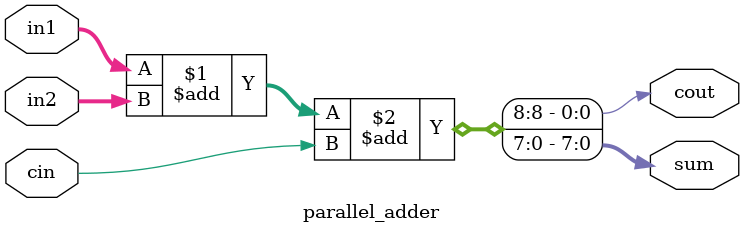
<source format=v>
module parallel_adder (sum, cout, in1, in2, cin);
       input [7:0] in1, in2;
       input cin;
       output [7:0] sum;
       output cout;

       assign #20 {cout,sum} = in1 + in2 + cin; // concatenation in case there is a carry in
endmodule
</source>
